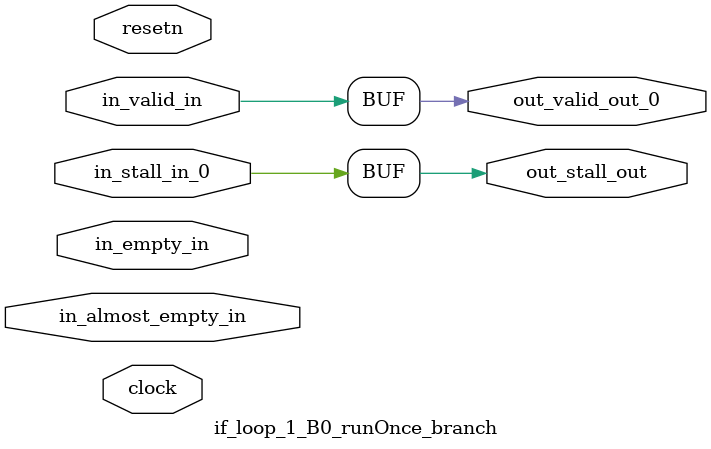
<source format=sv>



(* altera_attribute = "-name AUTO_SHIFT_REGISTER_RECOGNITION OFF; -name MESSAGE_DISABLE 10036; -name MESSAGE_DISABLE 10037; -name MESSAGE_DISABLE 14130; -name MESSAGE_DISABLE 14320; -name MESSAGE_DISABLE 15400; -name MESSAGE_DISABLE 14130; -name MESSAGE_DISABLE 10036; -name MESSAGE_DISABLE 12020; -name MESSAGE_DISABLE 12030; -name MESSAGE_DISABLE 12010; -name MESSAGE_DISABLE 12110; -name MESSAGE_DISABLE 14320; -name MESSAGE_DISABLE 13410; -name MESSAGE_DISABLE 113007; -name MESSAGE_DISABLE 10958" *)
module if_loop_1_B0_runOnce_branch (
    input wire [0:0] in_almost_empty_in,
    input wire [0:0] in_empty_in,
    input wire [0:0] in_stall_in_0,
    input wire [0:0] in_valid_in,
    output wire [0:0] out_stall_out,
    output wire [0:0] out_valid_out_0,
    input wire clock,
    input wire resetn
    );

    reg [0:0] rst_sync_rst_sclrn;


    // out_stall_out(GPOUT,6)
    assign out_stall_out = in_stall_in_0;

    // out_valid_out_0(GPOUT,7)
    assign out_valid_out_0 = in_valid_in;

    // rst_sync(RESETSYNC,8)
    acl_reset_handler #(
        .ASYNC_RESET(0),
        .USE_SYNCHRONIZER(1),
        .PULSE_EXTENSION(0),
        .PIPE_DEPTH(3),
        .DUPLICATE(1)
    ) therst_sync (
        .clk(clock),
        .i_resetn(resetn),
        .o_sclrn(rst_sync_rst_sclrn)
    );

endmodule

</source>
